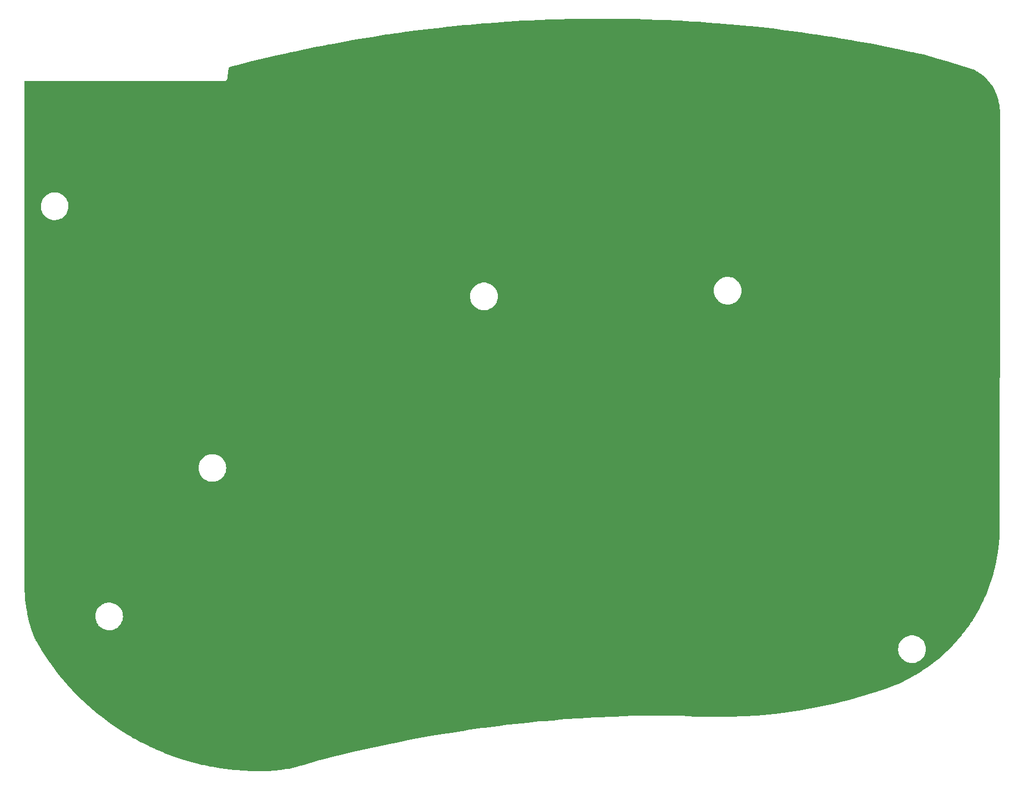
<source format=gbr>
G04 #@! TF.GenerationSoftware,KiCad,Pcbnew,5.99.0-unknown-d878cbddbc~125~ubuntu20.04.1*
G04 #@! TF.CreationDate,2021-04-11T20:16:07+01:00*
G04 #@! TF.ProjectId,bottom,626f7474-6f6d-42e6-9b69-6361645f7063,rev?*
G04 #@! TF.SameCoordinates,Original*
G04 #@! TF.FileFunction,Copper,L2,Bot*
G04 #@! TF.FilePolarity,Positive*
%FSLAX46Y46*%
G04 Gerber Fmt 4.6, Leading zero omitted, Abs format (unit mm)*
G04 Created by KiCad (PCBNEW 5.99.0-unknown-d878cbddbc~125~ubuntu20.04.1) date 2021-04-11 20:16:07*
%MOMM*%
%LPD*%
G01*
G04 APERTURE LIST*
G04 APERTURE END LIST*
G04 #@! TA.AperFunction,NonConductor*
G36*
X177496254Y-36965879D02*
G01*
X177834892Y-36966176D01*
X177835740Y-36966180D01*
X178316741Y-36969837D01*
X180070280Y-36983168D01*
X180070732Y-36983173D01*
X180462596Y-36988788D01*
X180817833Y-36993879D01*
X180818681Y-36993894D01*
X182778435Y-37035161D01*
X183052784Y-37040938D01*
X183053581Y-37040957D01*
X183327725Y-37048575D01*
X183800329Y-37061708D01*
X183801176Y-37061734D01*
X186034361Y-37138824D01*
X186035208Y-37138856D01*
X186781754Y-37169655D01*
X186782599Y-37169693D01*
X189014544Y-37276817D01*
X189015112Y-37276846D01*
X189386841Y-37297194D01*
X189761478Y-37317702D01*
X189762324Y-37317752D01*
X191320140Y-37413539D01*
X191992483Y-37454881D01*
X191993191Y-37454926D01*
X192738770Y-37505806D01*
X192739360Y-37505849D01*
X194559499Y-37642365D01*
X194967588Y-37672973D01*
X194968433Y-37673039D01*
X195713355Y-37733952D01*
X195714199Y-37734024D01*
X197939873Y-37931098D01*
X197940496Y-37931156D01*
X198684562Y-38002087D01*
X198685173Y-38002147D01*
X200908407Y-38229186D01*
X200909082Y-38229257D01*
X201467631Y-38290095D01*
X201651548Y-38310128D01*
X201652391Y-38310222D01*
X203872483Y-38567159D01*
X203873324Y-38567260D01*
X204614462Y-38658090D01*
X204615303Y-38658196D01*
X206831441Y-38944935D01*
X206832281Y-38945046D01*
X207572574Y-39045898D01*
X207573413Y-39046015D01*
X209055553Y-39258093D01*
X209785588Y-39362554D01*
X209786235Y-39362649D01*
X210525252Y-39473472D01*
X210525997Y-39473586D01*
X211346424Y-39602266D01*
X212733353Y-39819798D01*
X212734189Y-39819932D01*
X213471809Y-39940712D01*
X213472574Y-39940840D01*
X215674970Y-40316696D01*
X215675701Y-40316823D01*
X215864323Y-40350320D01*
X216411538Y-40447499D01*
X216412372Y-40447650D01*
X217511037Y-40650391D01*
X218609848Y-40853160D01*
X218610361Y-40853256D01*
X219344587Y-40993860D01*
X219345255Y-40993990D01*
X220880937Y-41298792D01*
X221536648Y-41428938D01*
X221537479Y-41429106D01*
X221649921Y-41452211D01*
X222269965Y-41579618D01*
X222270423Y-41579713D01*
X224455943Y-42044138D01*
X224456698Y-42044301D01*
X224783622Y-42116074D01*
X225310582Y-42231763D01*
X225311201Y-42231901D01*
X226308164Y-42456042D01*
X226308166Y-42456042D01*
X226312546Y-42457027D01*
X226315371Y-42457251D01*
X226330437Y-42460592D01*
X227415456Y-42780081D01*
X228557794Y-43116448D01*
X229787397Y-43478511D01*
X233846938Y-44673864D01*
X233865876Y-44681143D01*
X234006478Y-44748644D01*
X234009365Y-44750079D01*
X234132586Y-44813389D01*
X234136505Y-44815492D01*
X234478350Y-45006955D01*
X234482260Y-45009239D01*
X234578990Y-45068079D01*
X234582813Y-45070500D01*
X234793194Y-45209062D01*
X234909957Y-45285966D01*
X234913679Y-45288514D01*
X235005937Y-45354148D01*
X235009578Y-45356838D01*
X235320449Y-45595269D01*
X235323991Y-45598088D01*
X235411224Y-45670115D01*
X235414662Y-45673059D01*
X235707609Y-45933191D01*
X235710940Y-45936258D01*
X235792847Y-46014430D01*
X235796065Y-46017613D01*
X235877597Y-46101225D01*
X236069569Y-46298097D01*
X236072620Y-46301340D01*
X236127871Y-46362232D01*
X236148723Y-46385213D01*
X236151701Y-46388616D01*
X236170994Y-46411477D01*
X236404351Y-46688002D01*
X236407207Y-46691513D01*
X236477043Y-46780570D01*
X236479763Y-46784170D01*
X236710320Y-47100999D01*
X236712890Y-47104668D01*
X236744523Y-47151591D01*
X236776141Y-47198495D01*
X236778603Y-47202293D01*
X236985799Y-47534828D01*
X236988121Y-47538707D01*
X237044508Y-47636897D01*
X237046645Y-47640777D01*
X237229418Y-47987305D01*
X237231458Y-47991347D01*
X237280662Y-48093357D01*
X237282555Y-48097469D01*
X237439946Y-48456159D01*
X237441671Y-48460288D01*
X237481197Y-48559954D01*
X237483425Y-48565571D01*
X237485017Y-48569807D01*
X237616261Y-48938906D01*
X237617701Y-48943198D01*
X237651788Y-49051206D01*
X237653049Y-49055466D01*
X237757453Y-49433031D01*
X237758581Y-49437415D01*
X237784834Y-49547627D01*
X237785803Y-49552049D01*
X237862814Y-49936069D01*
X237863625Y-49940523D01*
X237881891Y-50052301D01*
X237882540Y-50056781D01*
X237931786Y-50445384D01*
X237932275Y-50449885D01*
X237942463Y-50562625D01*
X237942789Y-50567140D01*
X237964009Y-50958322D01*
X237964173Y-50962846D01*
X237966702Y-51101278D01*
X237966718Y-51104653D01*
X237964864Y-51315906D01*
X237965461Y-51320351D01*
X237969126Y-51347648D01*
X237970247Y-51364261D01*
X237972550Y-53234658D01*
X237972600Y-60617081D01*
X237972598Y-60617091D01*
X237972600Y-60651618D01*
X237972600Y-60690116D01*
X237972602Y-60690128D01*
X237972894Y-66483991D01*
X237973100Y-70564185D01*
X237973100Y-70564353D01*
X237918130Y-113383155D01*
X237917314Y-113397313D01*
X237911904Y-113444607D01*
X237912101Y-113449465D01*
X237912101Y-113449467D01*
X237927118Y-113819649D01*
X237927180Y-113821490D01*
X237931303Y-113980496D01*
X237935111Y-114127367D01*
X237935149Y-114129695D01*
X237937810Y-114557856D01*
X237939902Y-114894645D01*
X237939893Y-114897128D01*
X237936421Y-115154507D01*
X237936363Y-115156989D01*
X237910972Y-115921492D01*
X237910865Y-115923973D01*
X237897256Y-116180957D01*
X237897100Y-116183435D01*
X237841601Y-116946396D01*
X237841412Y-116948681D01*
X237817675Y-117205069D01*
X237817426Y-117207499D01*
X237771827Y-117612828D01*
X237731911Y-117967643D01*
X237731609Y-117970107D01*
X237697812Y-118225182D01*
X237697467Y-118227607D01*
X237692416Y-118260705D01*
X237582048Y-118983900D01*
X237581649Y-118986350D01*
X237537828Y-119239889D01*
X237537381Y-119242332D01*
X237392283Y-119993327D01*
X237391788Y-119995760D01*
X237337985Y-120247492D01*
X237337442Y-120249915D01*
X237162874Y-120994573D01*
X237162284Y-120996985D01*
X237098611Y-121246371D01*
X237097973Y-121248771D01*
X236894179Y-121986040D01*
X236893494Y-121988426D01*
X236860964Y-122097682D01*
X236820041Y-122235123D01*
X236819351Y-122237358D01*
X236646164Y-122779701D01*
X236586632Y-122966126D01*
X236585853Y-122968483D01*
X236502746Y-123212066D01*
X236501941Y-123214352D01*
X236240690Y-123933371D01*
X236239855Y-123935601D01*
X236156471Y-124151723D01*
X236147228Y-124175681D01*
X236146312Y-124177989D01*
X235856932Y-124886158D01*
X235855970Y-124888447D01*
X235768473Y-125091073D01*
X235753960Y-125124681D01*
X235752965Y-125126923D01*
X235458475Y-125773580D01*
X235435941Y-125823062D01*
X235434890Y-125825311D01*
X235323629Y-126057386D01*
X235322533Y-126059615D01*
X234978327Y-126742717D01*
X234977189Y-126744921D01*
X234915916Y-126860783D01*
X234856878Y-126972417D01*
X234855707Y-126974580D01*
X234504277Y-127608544D01*
X234484820Y-127643643D01*
X234483594Y-127645802D01*
X234354446Y-127868321D01*
X234353179Y-127870456D01*
X234170210Y-128171868D01*
X233995975Y-128458892D01*
X233956259Y-128524317D01*
X233954965Y-128526403D01*
X233893046Y-128624015D01*
X233817060Y-128743801D01*
X233815709Y-128745884D01*
X233638781Y-129013014D01*
X233431170Y-129326470D01*
X233393348Y-129383574D01*
X233391956Y-129385631D01*
X233245633Y-129597366D01*
X233244203Y-129599393D01*
X232828590Y-130176165D01*
X232797029Y-130219964D01*
X232795580Y-130221933D01*
X232705585Y-130341773D01*
X232641026Y-130427741D01*
X232639517Y-130429711D01*
X232203806Y-130986709D01*
X232168197Y-131032230D01*
X232166668Y-131034144D01*
X232087077Y-131131861D01*
X232004161Y-131233658D01*
X232002574Y-131235568D01*
X231507825Y-131819111D01*
X231506254Y-131820926D01*
X231390244Y-131952414D01*
X231336050Y-132013838D01*
X231334389Y-132015684D01*
X230817020Y-132579289D01*
X230815323Y-132581101D01*
X230637699Y-132767104D01*
X230635967Y-132768883D01*
X230096850Y-133311607D01*
X230095083Y-133313351D01*
X229910145Y-133492330D01*
X229908401Y-133493985D01*
X229565616Y-133812887D01*
X229348316Y-134015046D01*
X229346481Y-134016720D01*
X229154631Y-134188275D01*
X229152764Y-134189912D01*
X228572595Y-134688486D01*
X228570696Y-134690085D01*
X228372245Y-134853940D01*
X228370394Y-134855437D01*
X227770989Y-135330794D01*
X227769087Y-135332273D01*
X227564325Y-135488187D01*
X227562343Y-135489666D01*
X227220903Y-135739178D01*
X226944717Y-135941005D01*
X226942697Y-135942450D01*
X226731965Y-136090164D01*
X226729918Y-136091569D01*
X226095029Y-136518192D01*
X226093097Y-136519464D01*
X225876526Y-136658876D01*
X225874523Y-136660138D01*
X225223211Y-137061477D01*
X225221195Y-137062692D01*
X224999402Y-137193402D01*
X224997308Y-137194609D01*
X224559360Y-137441211D01*
X224330729Y-137569950D01*
X224328553Y-137571147D01*
X224101925Y-137692939D01*
X224099727Y-137694093D01*
X223791409Y-137852037D01*
X223437264Y-138033457D01*
X223418920Y-138042854D01*
X223416698Y-138043964D01*
X223185356Y-138156776D01*
X223183114Y-138157842D01*
X222489104Y-138479500D01*
X222486841Y-138480522D01*
X222206922Y-138603616D01*
X222205230Y-138604345D01*
X221908691Y-138729607D01*
X221903060Y-138731828D01*
X221366977Y-138928507D01*
X221366065Y-138928837D01*
X220884643Y-139100841D01*
X220883536Y-139101229D01*
X219636055Y-139531063D01*
X219634812Y-139531483D01*
X219554589Y-139558112D01*
X219220975Y-139668851D01*
X219219619Y-139669293D01*
X217962996Y-140070673D01*
X217961634Y-140071099D01*
X217544816Y-140199051D01*
X217543449Y-140199463D01*
X216278006Y-140572291D01*
X216276635Y-140572686D01*
X215857060Y-140691156D01*
X215855687Y-140691536D01*
X214582047Y-141035628D01*
X214580718Y-141035978D01*
X214158595Y-141144905D01*
X214157212Y-141145254D01*
X212876231Y-141460379D01*
X212874843Y-141460712D01*
X212450360Y-141560051D01*
X212448969Y-141560368D01*
X211161026Y-141846433D01*
X211159718Y-141846716D01*
X210860013Y-141909730D01*
X210733052Y-141936424D01*
X210731654Y-141936710D01*
X210379754Y-142006546D01*
X209437488Y-142193544D01*
X209436301Y-142193772D01*
X209007581Y-142273818D01*
X209006423Y-142274028D01*
X207706699Y-142501494D01*
X207705331Y-142501726D01*
X207275136Y-142572003D01*
X207273842Y-142572207D01*
X205969308Y-142770175D01*
X205967926Y-142770377D01*
X205809035Y-142792651D01*
X205536327Y-142830881D01*
X205534913Y-142831071D01*
X204226329Y-142999429D01*
X204224913Y-142999603D01*
X204051477Y-143019923D01*
X203792051Y-143050317D01*
X203790684Y-143050469D01*
X202478498Y-143189158D01*
X202477172Y-143189290D01*
X202043236Y-143230190D01*
X202041876Y-143230310D01*
X201818519Y-143248813D01*
X200726913Y-143339238D01*
X200725490Y-143339348D01*
X200290795Y-143370405D01*
X200289371Y-143370498D01*
X199496517Y-143418125D01*
X198972303Y-143449614D01*
X198971018Y-143449685D01*
X198535518Y-143470898D01*
X198534275Y-143470951D01*
X197215688Y-143520216D01*
X197214415Y-143520256D01*
X196778509Y-143531601D01*
X196777383Y-143531624D01*
X195989404Y-143543203D01*
X195458028Y-143551011D01*
X195456602Y-143551024D01*
X195246699Y-143551731D01*
X195020658Y-143552493D01*
X195019450Y-143552490D01*
X193700001Y-143541989D01*
X193698738Y-143541972D01*
X193262695Y-143533562D01*
X193261282Y-143533526D01*
X191942689Y-143493151D01*
X191941265Y-143493099D01*
X191505572Y-143474817D01*
X191504369Y-143474759D01*
X190349130Y-143413171D01*
X190187034Y-143404529D01*
X190185609Y-143404445D01*
X189675492Y-143371451D01*
X189674426Y-143371378D01*
X189115241Y-143330442D01*
X189104179Y-143329138D01*
X189098832Y-143328267D01*
X189098824Y-143328266D01*
X189094017Y-143327483D01*
X189083057Y-143327406D01*
X189076930Y-143327362D01*
X189068625Y-143327029D01*
X189059310Y-143326347D01*
X189059301Y-143326347D01*
X189054835Y-143326020D01*
X189044873Y-143326710D01*
X189044095Y-143326764D01*
X189034496Y-143327062D01*
X187675525Y-143317451D01*
X187673127Y-143317356D01*
X187670745Y-143316997D01*
X187642388Y-143317136D01*
X187636396Y-143317165D01*
X187634889Y-143317164D01*
X187630985Y-143317136D01*
X187603779Y-143316944D01*
X187601421Y-143317265D01*
X187599002Y-143317348D01*
X184834969Y-143330867D01*
X184832152Y-143330792D01*
X184829456Y-143330423D01*
X184824586Y-143330513D01*
X184795639Y-143331048D01*
X184793929Y-143331068D01*
X184771305Y-143331179D01*
X184763334Y-143331218D01*
X184760660Y-143331614D01*
X184757839Y-143331748D01*
X181994115Y-143382857D01*
X181991314Y-143382819D01*
X181988611Y-143382487D01*
X181983745Y-143382643D01*
X181983742Y-143382643D01*
X181954796Y-143383572D01*
X181953087Y-143383615D01*
X181931145Y-143384021D01*
X181922508Y-143384181D01*
X181919841Y-143384614D01*
X181917027Y-143384785D01*
X179154259Y-143473475D01*
X179151444Y-143473476D01*
X179148739Y-143473180D01*
X179143875Y-143473402D01*
X179143863Y-143473402D01*
X179114906Y-143474726D01*
X179113199Y-143474793D01*
X179082664Y-143475773D01*
X179080005Y-143476241D01*
X179077192Y-143476451D01*
X176315891Y-143602705D01*
X176313072Y-143602744D01*
X176310361Y-143602485D01*
X176305508Y-143602773D01*
X176305503Y-143602773D01*
X176289087Y-143603748D01*
X176276514Y-143604494D01*
X176274870Y-143604581D01*
X176267243Y-143604929D01*
X176248802Y-143605772D01*
X176248796Y-143605773D01*
X176244328Y-143605977D01*
X176241684Y-143606480D01*
X176238862Y-143606729D01*
X173814559Y-143750636D01*
X173479526Y-143770524D01*
X173476719Y-143770601D01*
X173474006Y-143770379D01*
X173469143Y-143770734D01*
X173469139Y-143770734D01*
X173440207Y-143772846D01*
X173438669Y-143772949D01*
X173408026Y-143774768D01*
X173405382Y-143775308D01*
X173402558Y-143775596D01*
X170645717Y-143976899D01*
X170642916Y-143977014D01*
X170640195Y-143976829D01*
X170606411Y-143979758D01*
X170604817Y-143979885D01*
X170591818Y-143980834D01*
X170578741Y-143981789D01*
X170578737Y-143981790D01*
X170574281Y-143982115D01*
X170571649Y-143982690D01*
X170568831Y-143983016D01*
X168619451Y-144152040D01*
X167814977Y-144221793D01*
X167812175Y-144221946D01*
X167809454Y-144221798D01*
X167804605Y-144222285D01*
X167804604Y-144222285D01*
X167775805Y-144225177D01*
X167774100Y-144225337D01*
X167767313Y-144225926D01*
X167743618Y-144227980D01*
X167740989Y-144228592D01*
X167738184Y-144228955D01*
X165885188Y-144415043D01*
X164987846Y-144505159D01*
X164985025Y-144505352D01*
X164982307Y-144505241D01*
X164977482Y-144505792D01*
X164977479Y-144505792D01*
X164957568Y-144508066D01*
X164948608Y-144509089D01*
X164946920Y-144509269D01*
X164921027Y-144511869D01*
X164921022Y-144511870D01*
X164916560Y-144512318D01*
X164913939Y-144512966D01*
X164911160Y-144513364D01*
X162164794Y-144826949D01*
X162161996Y-144827179D01*
X162159275Y-144827105D01*
X162125678Y-144831405D01*
X162124050Y-144831602D01*
X162115941Y-144832528D01*
X162098087Y-144834566D01*
X162098084Y-144834566D01*
X162093631Y-144835075D01*
X162091022Y-144835758D01*
X162088217Y-144836199D01*
X159346392Y-145187102D01*
X159343605Y-145187368D01*
X159340881Y-145187331D01*
X159336059Y-145188015D01*
X159336057Y-145188015D01*
X159323230Y-145189834D01*
X159307307Y-145192093D01*
X159305786Y-145192298D01*
X159275352Y-145196193D01*
X159272749Y-145196912D01*
X159269971Y-145197388D01*
X158921407Y-145246825D01*
X156533168Y-145585546D01*
X156530374Y-145585852D01*
X156527648Y-145585852D01*
X156494191Y-145591063D01*
X156492528Y-145591309D01*
X156466698Y-145594973D01*
X156466690Y-145594975D01*
X156462246Y-145595605D01*
X156459660Y-145596358D01*
X156456876Y-145596874D01*
X153725602Y-146022214D01*
X153722820Y-146022558D01*
X153720094Y-146022595D01*
X153715293Y-146023410D01*
X153715290Y-146023410D01*
X153702741Y-146025540D01*
X153686721Y-146028258D01*
X153685071Y-146028527D01*
X153659254Y-146032547D01*
X153659252Y-146032547D01*
X153654830Y-146033236D01*
X153652253Y-146034024D01*
X153649467Y-146034579D01*
X152997160Y-146145269D01*
X150924250Y-146497021D01*
X150921466Y-146497402D01*
X150918739Y-146497477D01*
X150913957Y-146498356D01*
X150913953Y-146498356D01*
X150885385Y-146503605D01*
X150883693Y-146503903D01*
X150853626Y-146509005D01*
X150851058Y-146509828D01*
X150848302Y-146510417D01*
X148129604Y-147009881D01*
X148126823Y-147010301D01*
X148124101Y-147010412D01*
X148119323Y-147011357D01*
X148119316Y-147011358D01*
X148090874Y-147016984D01*
X148089192Y-147017305D01*
X148059151Y-147022824D01*
X148056595Y-147023682D01*
X148053833Y-147024311D01*
X146263682Y-147378420D01*
X145342187Y-147560701D01*
X145339415Y-147561158D01*
X145336696Y-147561306D01*
X145331938Y-147562315D01*
X145331935Y-147562315D01*
X145303596Y-147568322D01*
X145301919Y-147568666D01*
X145276319Y-147573730D01*
X145271921Y-147574600D01*
X145269377Y-147575493D01*
X145266621Y-147576161D01*
X142562517Y-148149376D01*
X142559757Y-148149870D01*
X142557042Y-148150055D01*
X142524009Y-148157528D01*
X142522433Y-148157873D01*
X142511809Y-148160125D01*
X142496845Y-148163297D01*
X142496842Y-148163298D01*
X142492454Y-148164228D01*
X142489919Y-148165157D01*
X142487165Y-148165864D01*
X139791117Y-148775798D01*
X139788364Y-148776330D01*
X139785651Y-148776552D01*
X139776932Y-148778650D01*
X139752815Y-148784451D01*
X139751148Y-148784840D01*
X139725630Y-148790613D01*
X139725619Y-148790616D01*
X139721262Y-148791602D01*
X139718743Y-148792564D01*
X139715996Y-148793309D01*
X137028494Y-149439852D01*
X137025754Y-149440420D01*
X137023038Y-149440679D01*
X136994717Y-149447901D01*
X136990215Y-149449049D01*
X136988553Y-149449461D01*
X136958858Y-149456605D01*
X136956357Y-149457599D01*
X136953639Y-149458376D01*
X134275265Y-150141385D01*
X134272928Y-150141900D01*
X134270538Y-150142157D01*
X134237265Y-150151067D01*
X134235938Y-150151414D01*
X134210096Y-150158003D01*
X134210086Y-150158006D01*
X134205754Y-150159111D01*
X134203551Y-150160021D01*
X134201233Y-150160716D01*
X132830984Y-150527655D01*
X132791029Y-150544732D01*
X132777516Y-150549614D01*
X131803406Y-150839875D01*
X131264559Y-151000438D01*
X130824509Y-151131562D01*
X130805115Y-151135386D01*
X130805118Y-151135401D01*
X130804280Y-151135551D01*
X130801077Y-151136182D01*
X130795482Y-151136742D01*
X130482835Y-151217959D01*
X130480887Y-151218448D01*
X130168950Y-151293768D01*
X130166046Y-151294433D01*
X129504358Y-151437385D01*
X129501421Y-151437982D01*
X129243347Y-151487245D01*
X129240464Y-151487760D01*
X128572644Y-151598591D01*
X128569656Y-151599050D01*
X128309507Y-151635793D01*
X128306594Y-151636168D01*
X127919576Y-151681325D01*
X127634265Y-151714614D01*
X127631239Y-151714930D01*
X127493354Y-151727652D01*
X127311696Y-151744411D01*
X127309677Y-151744580D01*
X127033937Y-151765236D01*
X127030676Y-151765437D01*
X126625433Y-151785171D01*
X126624016Y-151785231D01*
X126253194Y-151798843D01*
X126251306Y-151798897D01*
X125648687Y-151811325D01*
X125314973Y-151818207D01*
X125312948Y-151818233D01*
X124998758Y-151819662D01*
X124996733Y-151819655D01*
X124060311Y-151808865D01*
X124058287Y-151808825D01*
X123854898Y-151803211D01*
X123744247Y-151800157D01*
X123742257Y-151800087D01*
X123583125Y-151793134D01*
X122806595Y-151759204D01*
X122804573Y-151759099D01*
X122491090Y-151740351D01*
X122489069Y-151740214D01*
X121555170Y-151669281D01*
X121553153Y-151669112D01*
X121533096Y-151667264D01*
X121240387Y-151640294D01*
X121238512Y-151640106D01*
X120455365Y-151555235D01*
X120307276Y-151539186D01*
X120305264Y-151538951D01*
X119993669Y-151500107D01*
X119991662Y-151499841D01*
X119064208Y-151369053D01*
X119062205Y-151368754D01*
X118752038Y-151319920D01*
X118750040Y-151319589D01*
X117827283Y-151159067D01*
X117825291Y-151158704D01*
X117810523Y-151155890D01*
X117516784Y-151099913D01*
X117514872Y-151099533D01*
X117036781Y-151000438D01*
X116597675Y-150909423D01*
X116595696Y-150908996D01*
X116289293Y-150840334D01*
X116287320Y-150839875D01*
X115376850Y-150620422D01*
X115374886Y-150619932D01*
X115070752Y-150541433D01*
X115068795Y-150540911D01*
X114165890Y-150292323D01*
X114163942Y-150291770D01*
X113862444Y-150203525D01*
X113860505Y-150202940D01*
X112966021Y-149925453D01*
X112964092Y-149924838D01*
X112880252Y-149897345D01*
X112665623Y-149826962D01*
X112663759Y-149826333D01*
X111778608Y-149520227D01*
X111776700Y-149519550D01*
X111757537Y-149512576D01*
X111481501Y-149412121D01*
X111479772Y-149411476D01*
X110604781Y-149077031D01*
X110602979Y-149076326D01*
X110311489Y-148959507D01*
X110309634Y-148958747D01*
X109445793Y-148596333D01*
X109444137Y-148595622D01*
X109156358Y-148469412D01*
X109154622Y-148468633D01*
X108303067Y-148078733D01*
X108301232Y-148077876D01*
X108017766Y-147942534D01*
X108015946Y-147941646D01*
X107177378Y-147524589D01*
X107175572Y-147523673D01*
X106896744Y-147379365D01*
X106894953Y-147378420D01*
X106070139Y-146934587D01*
X106068364Y-146933613D01*
X105794253Y-146780382D01*
X105792493Y-146779380D01*
X105326398Y-146508907D01*
X104982267Y-146309208D01*
X104980694Y-146308278D01*
X104829443Y-146217227D01*
X104711666Y-146146327D01*
X104709940Y-146145269D01*
X103915287Y-145649331D01*
X103913618Y-145648271D01*
X103649866Y-145477715D01*
X103648274Y-145476667D01*
X102869995Y-144955462D01*
X102868322Y-144954322D01*
X102610282Y-144775443D01*
X102608627Y-144774276D01*
X102026909Y-144357018D01*
X101847441Y-144228288D01*
X101845867Y-144227139D01*
X101593835Y-144040154D01*
X101592221Y-144038937D01*
X101515070Y-143979752D01*
X100848870Y-143468688D01*
X100847350Y-143467502D01*
X100601315Y-143272401D01*
X100599825Y-143271200D01*
X100268195Y-142999429D01*
X99875351Y-142677493D01*
X99873796Y-142676197D01*
X99634129Y-142473266D01*
X99632648Y-142471993D01*
X98927575Y-141855264D01*
X98926074Y-141853929D01*
X98918112Y-141846735D01*
X98693122Y-141643462D01*
X98691630Y-141642093D01*
X98006793Y-141003071D01*
X98005324Y-141001677D01*
X97779233Y-140783810D01*
X97777786Y-140782394D01*
X97191576Y-140199051D01*
X97113830Y-140121685D01*
X97112423Y-140120262D01*
X96893406Y-139895195D01*
X96892006Y-139893732D01*
X96482387Y-139459038D01*
X96249686Y-139212092D01*
X96248387Y-139210691D01*
X96036691Y-138978675D01*
X96035338Y-138977169D01*
X95705343Y-138603616D01*
X95415236Y-138275215D01*
X95413929Y-138273710D01*
X95314842Y-138157842D01*
X95209795Y-138035006D01*
X95208491Y-138033457D01*
X94611315Y-137311992D01*
X94610037Y-137310422D01*
X94413707Y-137065317D01*
X94412453Y-137063726D01*
X94266412Y-136875274D01*
X93838717Y-136323375D01*
X93837510Y-136321790D01*
X93649175Y-136070523D01*
X93647973Y-136068893D01*
X93409017Y-135739178D01*
X93098342Y-135310506D01*
X93097175Y-135308868D01*
X92917008Y-135051671D01*
X92915860Y-135050004D01*
X92548527Y-134507265D01*
X92390880Y-134274339D01*
X92389820Y-134272746D01*
X92217856Y-134009655D01*
X92216871Y-134008120D01*
X91733670Y-133242262D01*
X91717090Y-133215983D01*
X91716023Y-133214262D01*
X91692653Y-133175868D01*
X222447616Y-133175868D01*
X222464166Y-133462892D01*
X222464991Y-133467097D01*
X222464992Y-133467105D01*
X222498517Y-133637982D01*
X222519516Y-133745014D01*
X222612642Y-134017014D01*
X222614568Y-134020843D01*
X222688450Y-134167740D01*
X222741822Y-134273859D01*
X222904664Y-134510796D01*
X223098155Y-134723440D01*
X223318716Y-134907857D01*
X223322357Y-134910141D01*
X223558624Y-135058352D01*
X223558628Y-135058354D01*
X223562264Y-135060635D01*
X223824293Y-135178945D01*
X223893574Y-135199467D01*
X224095841Y-135259382D01*
X224095846Y-135259383D01*
X224099954Y-135260600D01*
X224104188Y-135261248D01*
X224104193Y-135261249D01*
X224357037Y-135299940D01*
X224384147Y-135304088D01*
X224530498Y-135306387D01*
X224667321Y-135308537D01*
X224667327Y-135308537D01*
X224671612Y-135308604D01*
X224675864Y-135308089D01*
X224675872Y-135308089D01*
X224897529Y-135281265D01*
X224957030Y-135274064D01*
X224961179Y-135272976D01*
X224961182Y-135272975D01*
X225230970Y-135202198D01*
X225235121Y-135201109D01*
X225500736Y-135091087D01*
X225549827Y-135062401D01*
X225745255Y-134948202D01*
X225745257Y-134948200D01*
X225748963Y-134946035D01*
X225975208Y-134768637D01*
X226010192Y-134732537D01*
X226172300Y-134565253D01*
X226175283Y-134562175D01*
X226177816Y-134558727D01*
X226177820Y-134558722D01*
X226342949Y-134333925D01*
X226345487Y-134330470D01*
X226376829Y-134272746D01*
X226480621Y-134081585D01*
X226480622Y-134081583D01*
X226482671Y-134077809D01*
X226584295Y-133808869D01*
X226648479Y-133528624D01*
X226653970Y-133467105D01*
X226673816Y-133244728D01*
X226673816Y-133244726D01*
X226674036Y-133242262D01*
X226674312Y-133215983D01*
X226674474Y-133200484D01*
X226674474Y-133200483D01*
X226674500Y-133198000D01*
X226666555Y-133081456D01*
X226655238Y-132915442D01*
X226655237Y-132915436D01*
X226654946Y-132911165D01*
X226650409Y-132889254D01*
X226597513Y-132633835D01*
X226596644Y-132629638D01*
X226500674Y-132358628D01*
X226368812Y-132103150D01*
X226203498Y-131867931D01*
X226200573Y-131864783D01*
X226010711Y-131660468D01*
X226010708Y-131660466D01*
X226007790Y-131657325D01*
X226004474Y-131654611D01*
X226004471Y-131654608D01*
X225788629Y-131477942D01*
X225788622Y-131477937D01*
X225785311Y-131475227D01*
X225540176Y-131325009D01*
X225536240Y-131323281D01*
X225280851Y-131211172D01*
X225280847Y-131211171D01*
X225276923Y-131209448D01*
X225000421Y-131130685D01*
X224789794Y-131100708D01*
X224720041Y-131090781D01*
X224720039Y-131090781D01*
X224715789Y-131090176D01*
X224564976Y-131089387D01*
X224432579Y-131088693D01*
X224432573Y-131088693D01*
X224428292Y-131088671D01*
X224424048Y-131089230D01*
X224424044Y-131089230D01*
X224298864Y-131105710D01*
X224143251Y-131126197D01*
X224139111Y-131127330D01*
X224139109Y-131127330D01*
X224122547Y-131131861D01*
X223865940Y-131202061D01*
X223844580Y-131211172D01*
X223605433Y-131313176D01*
X223605426Y-131313180D01*
X223601491Y-131314858D01*
X223597810Y-131317061D01*
X223358479Y-131460297D01*
X223358475Y-131460300D01*
X223354797Y-131462501D01*
X223351454Y-131465179D01*
X223351450Y-131465182D01*
X223331046Y-131481529D01*
X223130423Y-131642259D01*
X223127479Y-131645361D01*
X223127475Y-131645365D01*
X222962624Y-131819081D01*
X222932520Y-131850804D01*
X222764752Y-132084279D01*
X222630222Y-132338362D01*
X222624200Y-132354819D01*
X222541392Y-132581101D01*
X222531419Y-132608352D01*
X222470173Y-132889254D01*
X222447616Y-133175868D01*
X91692653Y-133175868D01*
X91552760Y-132946039D01*
X91551721Y-132944301D01*
X91077639Y-132136485D01*
X91076629Y-132134730D01*
X90894052Y-131811848D01*
X90893317Y-131810532D01*
X90878512Y-131783603D01*
X90712436Y-131481520D01*
X90705941Y-131467808D01*
X90685209Y-131416217D01*
X90606408Y-131220122D01*
X90605723Y-131218378D01*
X90535121Y-131034170D01*
X90516931Y-130986709D01*
X90515998Y-130984194D01*
X90366921Y-130568986D01*
X90286235Y-130344258D01*
X90285391Y-130341825D01*
X90236336Y-130195467D01*
X90218584Y-130142502D01*
X90217758Y-130139949D01*
X90015476Y-129490875D01*
X90014705Y-129488305D01*
X89956443Y-129286307D01*
X89955727Y-129283720D01*
X89781268Y-128626616D01*
X89780607Y-128624015D01*
X89731016Y-128419786D01*
X89730411Y-128417172D01*
X89676351Y-128171868D01*
X99969616Y-128171868D01*
X99986166Y-128458892D01*
X99986991Y-128463097D01*
X99986992Y-128463105D01*
X99999062Y-128524624D01*
X100041516Y-128741014D01*
X100134642Y-129013014D01*
X100263822Y-129269859D01*
X100300140Y-129322702D01*
X100413956Y-129488305D01*
X100426664Y-129506796D01*
X100620155Y-129719440D01*
X100840716Y-129903857D01*
X100844357Y-129906141D01*
X101080624Y-130054352D01*
X101080628Y-130054354D01*
X101084264Y-130056635D01*
X101346293Y-130174945D01*
X101350412Y-130176165D01*
X101617841Y-130255382D01*
X101617846Y-130255383D01*
X101621954Y-130256600D01*
X101626188Y-130257248D01*
X101626193Y-130257249D01*
X101879037Y-130295940D01*
X101906147Y-130300088D01*
X102052498Y-130302387D01*
X102189321Y-130304537D01*
X102189327Y-130304537D01*
X102193612Y-130304604D01*
X102197864Y-130304089D01*
X102197872Y-130304089D01*
X102419529Y-130277265D01*
X102479030Y-130270064D01*
X102483179Y-130268976D01*
X102483182Y-130268975D01*
X102752970Y-130198198D01*
X102757121Y-130197109D01*
X103022736Y-130087087D01*
X103071827Y-130058401D01*
X103267255Y-129944202D01*
X103267257Y-129944200D01*
X103270963Y-129942035D01*
X103497208Y-129764637D01*
X103586662Y-129672328D01*
X103694300Y-129561253D01*
X103697283Y-129558175D01*
X103699816Y-129554727D01*
X103699820Y-129554722D01*
X103864949Y-129329925D01*
X103867487Y-129326470D01*
X103889294Y-129286307D01*
X104002621Y-129077585D01*
X104002622Y-129077583D01*
X104004671Y-129073809D01*
X104106295Y-128804869D01*
X104170479Y-128524624D01*
X104175970Y-128463105D01*
X104195816Y-128240728D01*
X104195816Y-128240726D01*
X104196036Y-128238262D01*
X104196500Y-128194000D01*
X104176946Y-127907165D01*
X104172409Y-127885254D01*
X104119513Y-127629835D01*
X104118644Y-127625638D01*
X104022674Y-127354628D01*
X103890812Y-127099150D01*
X103725498Y-126863931D01*
X103721734Y-126859880D01*
X103532711Y-126656468D01*
X103532708Y-126656466D01*
X103529790Y-126653325D01*
X103526474Y-126650611D01*
X103526471Y-126650608D01*
X103310629Y-126473942D01*
X103310622Y-126473937D01*
X103307311Y-126471227D01*
X103062176Y-126321009D01*
X103058240Y-126319281D01*
X102802851Y-126207172D01*
X102802847Y-126207171D01*
X102798923Y-126205448D01*
X102522421Y-126126685D01*
X102311794Y-126096708D01*
X102242041Y-126086781D01*
X102242039Y-126086781D01*
X102237789Y-126086176D01*
X102086976Y-126085387D01*
X101954579Y-126084693D01*
X101954573Y-126084693D01*
X101950292Y-126084671D01*
X101946048Y-126085230D01*
X101946044Y-126085230D01*
X101820864Y-126101710D01*
X101665251Y-126122197D01*
X101661111Y-126123330D01*
X101661109Y-126123330D01*
X101644547Y-126127861D01*
X101387940Y-126198061D01*
X101366580Y-126207172D01*
X101127433Y-126309176D01*
X101127426Y-126309180D01*
X101123491Y-126310858D01*
X101119810Y-126313061D01*
X100880479Y-126456297D01*
X100880475Y-126456300D01*
X100876797Y-126458501D01*
X100873454Y-126461179D01*
X100873450Y-126461182D01*
X100763922Y-126548931D01*
X100652423Y-126638259D01*
X100649479Y-126641361D01*
X100649475Y-126641365D01*
X100457470Y-126843695D01*
X100454520Y-126846804D01*
X100286752Y-127080279D01*
X100152222Y-127334362D01*
X100053419Y-127604352D01*
X99992173Y-127885254D01*
X99969616Y-128171868D01*
X89676351Y-128171868D01*
X89584094Y-127753241D01*
X89583544Y-127750615D01*
X89555393Y-127608544D01*
X89542681Y-127544391D01*
X89542192Y-127541778D01*
X89424282Y-126872213D01*
X89423845Y-126869566D01*
X89391807Y-126661825D01*
X89391426Y-126659169D01*
X89320880Y-126126685D01*
X89302128Y-125985149D01*
X89301808Y-125982515D01*
X89284379Y-125825311D01*
X89278644Y-125773580D01*
X89278381Y-125770951D01*
X89217869Y-125093748D01*
X89217659Y-125091073D01*
X89203420Y-124881451D01*
X89203266Y-124878772D01*
X89171644Y-124199534D01*
X89171548Y-124196852D01*
X89165296Y-123949041D01*
X89165261Y-123947013D01*
X89162195Y-123611076D01*
X89162195Y-123611074D01*
X89162154Y-123606600D01*
X89158934Y-123585490D01*
X89157493Y-123566492D01*
X89157196Y-105514868D01*
X115717616Y-105514868D01*
X115734166Y-105801892D01*
X115734991Y-105806097D01*
X115734992Y-105806105D01*
X115746223Y-105863348D01*
X115789516Y-106084014D01*
X115882642Y-106356014D01*
X116011822Y-106612859D01*
X116174664Y-106849796D01*
X116368155Y-107062440D01*
X116588716Y-107246857D01*
X116592357Y-107249141D01*
X116828624Y-107397352D01*
X116828628Y-107397354D01*
X116832264Y-107399635D01*
X117094293Y-107517945D01*
X117098412Y-107519165D01*
X117365841Y-107598382D01*
X117365846Y-107598383D01*
X117369954Y-107599600D01*
X117374188Y-107600248D01*
X117374193Y-107600249D01*
X117627037Y-107638940D01*
X117654147Y-107643088D01*
X117800498Y-107645387D01*
X117937321Y-107647537D01*
X117937327Y-107647537D01*
X117941612Y-107647604D01*
X117945864Y-107647089D01*
X117945872Y-107647089D01*
X118167529Y-107620265D01*
X118227030Y-107613064D01*
X118231179Y-107611976D01*
X118231182Y-107611975D01*
X118500970Y-107541198D01*
X118505121Y-107540109D01*
X118770736Y-107430087D01*
X118819827Y-107401401D01*
X119015255Y-107287202D01*
X119015257Y-107287200D01*
X119018963Y-107285035D01*
X119245208Y-107107637D01*
X119445283Y-106901175D01*
X119447816Y-106897727D01*
X119447820Y-106897722D01*
X119612949Y-106672925D01*
X119615487Y-106669470D01*
X119646224Y-106612859D01*
X119750621Y-106420585D01*
X119750622Y-106420583D01*
X119752671Y-106416809D01*
X119854295Y-106147869D01*
X119918479Y-105867624D01*
X119923970Y-105806105D01*
X119943816Y-105583728D01*
X119943816Y-105583726D01*
X119944036Y-105581262D01*
X119944500Y-105537000D01*
X119924946Y-105250165D01*
X119920409Y-105228254D01*
X119867513Y-104972835D01*
X119866644Y-104968638D01*
X119770674Y-104697628D01*
X119638812Y-104442150D01*
X119473498Y-104206931D01*
X119470573Y-104203783D01*
X119280711Y-103999468D01*
X119280708Y-103999466D01*
X119277790Y-103996325D01*
X119274474Y-103993611D01*
X119274471Y-103993608D01*
X119058629Y-103816942D01*
X119058622Y-103816937D01*
X119055311Y-103814227D01*
X118810176Y-103664009D01*
X118806240Y-103662281D01*
X118550851Y-103550172D01*
X118550847Y-103550171D01*
X118546923Y-103548448D01*
X118270421Y-103469685D01*
X118059794Y-103439708D01*
X117990041Y-103429781D01*
X117990039Y-103429781D01*
X117985789Y-103429176D01*
X117834976Y-103428387D01*
X117702579Y-103427693D01*
X117702573Y-103427693D01*
X117698292Y-103427671D01*
X117694048Y-103428230D01*
X117694044Y-103428230D01*
X117568864Y-103444710D01*
X117413251Y-103465197D01*
X117409111Y-103466330D01*
X117409109Y-103466330D01*
X117392547Y-103470861D01*
X117135940Y-103541061D01*
X117114580Y-103550172D01*
X116875433Y-103652176D01*
X116875426Y-103652180D01*
X116871491Y-103653858D01*
X116867810Y-103656061D01*
X116628479Y-103799297D01*
X116628475Y-103799300D01*
X116624797Y-103801501D01*
X116621454Y-103804179D01*
X116621450Y-103804182D01*
X116511922Y-103891931D01*
X116400423Y-103981259D01*
X116397479Y-103984361D01*
X116397475Y-103984365D01*
X116383143Y-103999468D01*
X116202520Y-104189804D01*
X116034752Y-104423279D01*
X115900222Y-104677362D01*
X115801419Y-104947352D01*
X115740173Y-105228254D01*
X115717616Y-105514868D01*
X89157196Y-105514868D01*
X89156766Y-79327468D01*
X157144616Y-79327468D01*
X157161166Y-79614492D01*
X157161991Y-79618697D01*
X157161992Y-79618705D01*
X157162624Y-79621925D01*
X157216516Y-79896614D01*
X157217903Y-79900665D01*
X157272212Y-80059288D01*
X157309642Y-80168614D01*
X157438822Y-80425459D01*
X157601664Y-80662396D01*
X157795155Y-80875040D01*
X158015716Y-81059457D01*
X158019357Y-81061741D01*
X158255624Y-81209952D01*
X158255628Y-81209954D01*
X158259264Y-81212235D01*
X158521293Y-81330545D01*
X158525412Y-81331765D01*
X158792841Y-81410982D01*
X158792846Y-81410983D01*
X158796954Y-81412200D01*
X158801188Y-81412848D01*
X158801193Y-81412849D01*
X159054037Y-81451540D01*
X159081147Y-81455688D01*
X159227498Y-81457987D01*
X159364321Y-81460137D01*
X159364327Y-81460137D01*
X159368612Y-81460204D01*
X159372864Y-81459689D01*
X159372872Y-81459689D01*
X159594529Y-81432865D01*
X159654030Y-81425664D01*
X159658179Y-81424576D01*
X159658182Y-81424575D01*
X159927970Y-81353798D01*
X159932121Y-81352709D01*
X160197736Y-81242687D01*
X160246827Y-81214001D01*
X160442255Y-81099802D01*
X160442257Y-81099800D01*
X160445963Y-81097635D01*
X160672208Y-80920237D01*
X160872283Y-80713775D01*
X160874816Y-80710327D01*
X160874820Y-80710322D01*
X161037316Y-80489109D01*
X161042487Y-80482070D01*
X161073224Y-80425459D01*
X161177621Y-80233185D01*
X161177622Y-80233183D01*
X161179671Y-80229409D01*
X161244956Y-80056637D01*
X161279777Y-79964487D01*
X161279778Y-79964483D01*
X161281295Y-79960469D01*
X161345479Y-79680224D01*
X161350970Y-79618705D01*
X161370816Y-79396328D01*
X161370816Y-79396326D01*
X161371036Y-79393862D01*
X161371291Y-79369585D01*
X161371474Y-79352084D01*
X161371474Y-79352083D01*
X161371500Y-79349600D01*
X161354271Y-79096869D01*
X161352238Y-79067042D01*
X161352237Y-79067036D01*
X161351946Y-79062765D01*
X161347409Y-79040854D01*
X161294513Y-78785435D01*
X161293644Y-78781238D01*
X161197674Y-78510228D01*
X161173746Y-78463868D01*
X194330616Y-78463868D01*
X194347166Y-78750892D01*
X194347991Y-78755097D01*
X194347992Y-78755105D01*
X194353943Y-78785435D01*
X194402516Y-79033014D01*
X194495642Y-79305014D01*
X194624822Y-79561859D01*
X194787664Y-79798796D01*
X194981155Y-80011440D01*
X195201716Y-80195857D01*
X195205357Y-80198141D01*
X195441624Y-80346352D01*
X195441628Y-80346354D01*
X195445264Y-80348635D01*
X195707293Y-80466945D01*
X195758354Y-80482070D01*
X195978841Y-80547382D01*
X195978846Y-80547383D01*
X195982954Y-80548600D01*
X195987188Y-80549248D01*
X195987193Y-80549249D01*
X196240037Y-80587940D01*
X196267147Y-80592088D01*
X196413498Y-80594387D01*
X196550321Y-80596537D01*
X196550327Y-80596537D01*
X196554612Y-80596604D01*
X196558864Y-80596089D01*
X196558872Y-80596089D01*
X196780529Y-80569265D01*
X196840030Y-80562064D01*
X196844179Y-80560976D01*
X196844182Y-80560975D01*
X197113970Y-80490198D01*
X197118121Y-80489109D01*
X197383736Y-80379087D01*
X197432827Y-80350401D01*
X197628255Y-80236202D01*
X197628257Y-80236200D01*
X197631963Y-80234035D01*
X197858208Y-80056637D01*
X197955460Y-79956281D01*
X198055300Y-79853253D01*
X198058283Y-79850175D01*
X198060816Y-79846727D01*
X198060820Y-79846722D01*
X198225949Y-79621925D01*
X198228487Y-79618470D01*
X198259224Y-79561859D01*
X198363621Y-79369585D01*
X198363622Y-79369583D01*
X198365671Y-79365809D01*
X198467295Y-79096869D01*
X198531479Y-78816624D01*
X198534998Y-78777200D01*
X198556816Y-78532728D01*
X198556816Y-78532726D01*
X198557036Y-78530262D01*
X198557459Y-78489962D01*
X198557474Y-78488484D01*
X198557474Y-78488483D01*
X198557500Y-78486000D01*
X198555700Y-78459597D01*
X198538238Y-78203442D01*
X198538237Y-78203436D01*
X198537946Y-78199165D01*
X198533409Y-78177254D01*
X198497198Y-78002404D01*
X198479644Y-77917638D01*
X198383674Y-77646628D01*
X198251812Y-77391150D01*
X198086498Y-77155931D01*
X198083573Y-77152783D01*
X197893711Y-76948468D01*
X197893708Y-76948466D01*
X197890790Y-76945325D01*
X197887474Y-76942611D01*
X197887471Y-76942608D01*
X197671629Y-76765942D01*
X197671622Y-76765937D01*
X197668311Y-76763227D01*
X197423176Y-76613009D01*
X197419240Y-76611281D01*
X197163851Y-76499172D01*
X197163847Y-76499171D01*
X197159923Y-76497448D01*
X196883421Y-76418685D01*
X196672794Y-76388708D01*
X196603041Y-76378781D01*
X196603039Y-76378781D01*
X196598789Y-76378176D01*
X196447976Y-76377387D01*
X196315579Y-76376693D01*
X196315573Y-76376693D01*
X196311292Y-76376671D01*
X196307048Y-76377230D01*
X196307044Y-76377230D01*
X196181864Y-76393710D01*
X196026251Y-76414197D01*
X196022111Y-76415330D01*
X196022109Y-76415330D01*
X196005547Y-76419861D01*
X195748940Y-76490061D01*
X195727580Y-76499172D01*
X195488433Y-76601176D01*
X195488426Y-76601180D01*
X195484491Y-76602858D01*
X195480810Y-76605061D01*
X195241479Y-76748297D01*
X195241475Y-76748300D01*
X195237797Y-76750501D01*
X195234454Y-76753179D01*
X195234450Y-76753182D01*
X195124922Y-76840931D01*
X195013423Y-76930259D01*
X195010479Y-76933361D01*
X195010475Y-76933365D01*
X194996143Y-76948468D01*
X194815520Y-77138804D01*
X194647752Y-77372279D01*
X194513222Y-77626362D01*
X194414419Y-77896352D01*
X194353173Y-78177254D01*
X194330616Y-78463868D01*
X161173746Y-78463868D01*
X161065812Y-78254750D01*
X160900498Y-78019531D01*
X160897573Y-78016383D01*
X160707711Y-77812068D01*
X160707708Y-77812066D01*
X160704790Y-77808925D01*
X160701474Y-77806211D01*
X160701471Y-77806208D01*
X160485629Y-77629542D01*
X160485622Y-77629537D01*
X160482311Y-77626827D01*
X160237176Y-77476609D01*
X160233240Y-77474881D01*
X159977851Y-77362772D01*
X159977847Y-77362771D01*
X159973923Y-77361048D01*
X159697421Y-77282285D01*
X159486794Y-77252308D01*
X159417041Y-77242381D01*
X159417039Y-77242381D01*
X159412789Y-77241776D01*
X159261976Y-77240987D01*
X159129579Y-77240293D01*
X159129573Y-77240293D01*
X159125292Y-77240271D01*
X159121048Y-77240830D01*
X159121044Y-77240830D01*
X158995864Y-77257310D01*
X158840251Y-77277797D01*
X158836111Y-77278930D01*
X158836109Y-77278930D01*
X158819547Y-77283461D01*
X158562940Y-77353661D01*
X158541580Y-77362772D01*
X158302433Y-77464776D01*
X158302426Y-77464780D01*
X158298491Y-77466458D01*
X158294810Y-77468661D01*
X158055479Y-77611897D01*
X158055475Y-77611900D01*
X158051797Y-77614101D01*
X158048454Y-77616779D01*
X158048450Y-77616782D01*
X157938922Y-77704531D01*
X157827423Y-77793859D01*
X157824479Y-77796961D01*
X157824475Y-77796965D01*
X157632470Y-77999295D01*
X157629520Y-78002404D01*
X157461752Y-78235879D01*
X157327222Y-78489962D01*
X157311572Y-78532728D01*
X157231735Y-78750892D01*
X157228419Y-78759952D01*
X157167173Y-79040854D01*
X157144616Y-79327468D01*
X89156766Y-79327468D01*
X89156540Y-65586068D01*
X91663216Y-65586068D01*
X91679766Y-65873092D01*
X91680591Y-65877297D01*
X91680592Y-65877305D01*
X91691823Y-65934548D01*
X91735116Y-66155214D01*
X91828242Y-66427214D01*
X91957422Y-66684059D01*
X92120264Y-66920996D01*
X92313755Y-67133640D01*
X92534316Y-67318057D01*
X92537957Y-67320341D01*
X92774224Y-67468552D01*
X92774228Y-67468554D01*
X92777864Y-67470835D01*
X93039893Y-67589145D01*
X93044012Y-67590365D01*
X93311441Y-67669582D01*
X93311446Y-67669583D01*
X93315554Y-67670800D01*
X93319788Y-67671448D01*
X93319793Y-67671449D01*
X93572637Y-67710140D01*
X93599747Y-67714288D01*
X93746098Y-67716587D01*
X93882921Y-67718737D01*
X93882927Y-67718737D01*
X93887212Y-67718804D01*
X93891464Y-67718289D01*
X93891472Y-67718289D01*
X94113129Y-67691465D01*
X94172630Y-67684264D01*
X94176779Y-67683176D01*
X94176782Y-67683175D01*
X94446570Y-67612398D01*
X94450721Y-67611309D01*
X94716336Y-67501287D01*
X94765427Y-67472601D01*
X94960855Y-67358402D01*
X94960857Y-67358400D01*
X94964563Y-67356235D01*
X95190808Y-67178837D01*
X95390883Y-66972375D01*
X95393416Y-66968927D01*
X95393420Y-66968922D01*
X95558549Y-66744125D01*
X95561087Y-66740670D01*
X95591824Y-66684059D01*
X95696221Y-66491785D01*
X95696222Y-66491783D01*
X95698271Y-66488009D01*
X95799895Y-66219069D01*
X95864079Y-65938824D01*
X95869570Y-65877305D01*
X95889416Y-65654928D01*
X95889416Y-65654926D01*
X95889636Y-65652462D01*
X95890100Y-65608200D01*
X95870546Y-65321365D01*
X95866009Y-65299454D01*
X95813113Y-65044035D01*
X95812244Y-65039838D01*
X95716274Y-64768828D01*
X95584412Y-64513350D01*
X95419098Y-64278131D01*
X95416173Y-64274983D01*
X95226311Y-64070668D01*
X95226308Y-64070666D01*
X95223390Y-64067525D01*
X95220074Y-64064811D01*
X95220071Y-64064808D01*
X95004229Y-63888142D01*
X95004222Y-63888137D01*
X95000911Y-63885427D01*
X94755776Y-63735209D01*
X94751840Y-63733481D01*
X94496451Y-63621372D01*
X94496447Y-63621371D01*
X94492523Y-63619648D01*
X94216021Y-63540885D01*
X94005394Y-63510908D01*
X93935641Y-63500981D01*
X93935639Y-63500981D01*
X93931389Y-63500376D01*
X93780576Y-63499587D01*
X93648179Y-63498893D01*
X93648173Y-63498893D01*
X93643892Y-63498871D01*
X93639648Y-63499430D01*
X93639644Y-63499430D01*
X93514464Y-63515910D01*
X93358851Y-63536397D01*
X93354711Y-63537530D01*
X93354709Y-63537530D01*
X93338147Y-63542061D01*
X93081540Y-63612261D01*
X93060180Y-63621372D01*
X92821033Y-63723376D01*
X92821026Y-63723380D01*
X92817091Y-63725058D01*
X92813410Y-63727261D01*
X92574079Y-63870497D01*
X92574075Y-63870500D01*
X92570397Y-63872701D01*
X92567054Y-63875379D01*
X92567050Y-63875382D01*
X92457522Y-63963131D01*
X92346023Y-64052459D01*
X92343079Y-64055561D01*
X92343075Y-64055565D01*
X92328743Y-64070668D01*
X92148120Y-64261004D01*
X91980352Y-64494479D01*
X91845822Y-64748562D01*
X91747019Y-65018552D01*
X91685773Y-65299454D01*
X91663216Y-65586068D01*
X89156540Y-65586068D01*
X89156306Y-51320351D01*
X89156228Y-46596169D01*
X89176229Y-46528048D01*
X89229884Y-46481554D01*
X89282327Y-46470167D01*
X98402651Y-46477643D01*
X112873172Y-46489504D01*
X119607415Y-46495024D01*
X119619354Y-46495601D01*
X119650942Y-46498634D01*
X119650943Y-46498634D01*
X119659880Y-46499492D01*
X119668699Y-46497807D01*
X119668703Y-46497807D01*
X119716590Y-46488658D01*
X119722464Y-46487679D01*
X119779596Y-46479545D01*
X119787770Y-46475837D01*
X119789769Y-46475254D01*
X119790890Y-46474984D01*
X119791944Y-46474565D01*
X119793933Y-46473881D01*
X119802748Y-46472197D01*
X119810735Y-46468107D01*
X119810738Y-46468106D01*
X119854140Y-46445880D01*
X119859514Y-46443287D01*
X119903877Y-46423160D01*
X119912052Y-46419451D01*
X119918856Y-46413598D01*
X119920602Y-46412483D01*
X119921610Y-46411905D01*
X119922518Y-46411196D01*
X119924219Y-46409993D01*
X119932211Y-46405901D01*
X119954076Y-46385213D01*
X119974141Y-46366228D01*
X119978570Y-46362232D01*
X120015513Y-46330453D01*
X120015515Y-46330451D01*
X120022319Y-46324598D01*
X120027208Y-46317069D01*
X120028578Y-46315501D01*
X120029376Y-46314670D01*
X120030044Y-46313742D01*
X120031346Y-46312102D01*
X120037864Y-46305934D01*
X120066972Y-46256090D01*
X120070102Y-46251010D01*
X120096642Y-46210138D01*
X120096643Y-46210136D01*
X120101531Y-46202608D01*
X120104110Y-46194009D01*
X120104982Y-46192126D01*
X120105518Y-46191099D01*
X120105899Y-46190018D01*
X120106687Y-46188080D01*
X120111212Y-46180332D01*
X120125171Y-46124282D01*
X120126732Y-46118592D01*
X120143320Y-46063289D01*
X120143627Y-46018993D01*
X120144129Y-46008591D01*
X120228411Y-45070500D01*
X120279782Y-44498724D01*
X120305800Y-44432666D01*
X120363401Y-44391161D01*
X120372915Y-44388226D01*
X120915985Y-44243902D01*
X120916603Y-44243739D01*
X121743213Y-44028543D01*
X121744029Y-44028334D01*
X123915500Y-43478511D01*
X123916323Y-43478305D01*
X124642361Y-43299657D01*
X124643184Y-43299458D01*
X125369956Y-43125806D01*
X126816085Y-42780273D01*
X126816903Y-42780081D01*
X127544891Y-42611306D01*
X127545717Y-42611117D01*
X129233529Y-42231763D01*
X129725873Y-42121103D01*
X129726676Y-42120926D01*
X130456522Y-41962035D01*
X130457351Y-41961857D01*
X131818799Y-41675039D01*
X132643786Y-41501239D01*
X132644556Y-41501079D01*
X133377203Y-41351871D01*
X133377672Y-41351777D01*
X134980940Y-41036479D01*
X135570014Y-40920632D01*
X135570845Y-40920471D01*
X135808098Y-40875468D01*
X136305357Y-40781146D01*
X136305806Y-40781063D01*
X138504044Y-40379393D01*
X138504878Y-40379244D01*
X139240588Y-40249920D01*
X139241423Y-40249776D01*
X139779029Y-40158998D01*
X141444746Y-39877732D01*
X141445322Y-39877636D01*
X142183233Y-39758135D01*
X142184071Y-39758003D01*
X144391888Y-39415680D01*
X144392726Y-39415553D01*
X144750482Y-39362544D01*
X145132208Y-39305984D01*
X145132695Y-39305913D01*
X146604173Y-39097990D01*
X147345247Y-38993275D01*
X147346086Y-38993160D01*
X147521785Y-38969537D01*
X148086801Y-38893572D01*
X148087367Y-38893498D01*
X150303719Y-38610676D01*
X150304350Y-38610597D01*
X151046705Y-38520938D01*
X151047467Y-38520848D01*
X152048430Y-38406781D01*
X153267270Y-38267885D01*
X153268112Y-38267792D01*
X153789262Y-38211951D01*
X154011330Y-38188156D01*
X154012106Y-38188076D01*
X156235171Y-37964988D01*
X156235857Y-37964922D01*
X156597454Y-37931090D01*
X156980157Y-37895284D01*
X156981001Y-37895208D01*
X159206785Y-37702053D01*
X159207629Y-37701982D01*
X159952760Y-37642365D01*
X159953605Y-37642301D01*
X160698586Y-37587737D01*
X162181953Y-37479092D01*
X162182707Y-37479040D01*
X162436250Y-37462183D01*
X162928128Y-37429482D01*
X162928973Y-37429428D01*
X165159644Y-37296190D01*
X165160491Y-37296142D01*
X165906303Y-37256627D01*
X165907149Y-37256585D01*
X168006159Y-37159526D01*
X168139648Y-37153354D01*
X168140467Y-37153319D01*
X168886796Y-37123838D01*
X168887490Y-37123813D01*
X171121030Y-37050627D01*
X171121686Y-37050607D01*
X171868449Y-37031166D01*
X171869283Y-37031146D01*
X171936210Y-37029854D01*
X174103644Y-36988012D01*
X174104491Y-36987999D01*
X174851473Y-36978604D01*
X174852321Y-36978596D01*
X176461795Y-36969179D01*
X177086699Y-36965523D01*
X177087420Y-36965521D01*
X177496254Y-36965879D01*
G37*
G04 #@! TD.AperFunction*
M02*

</source>
